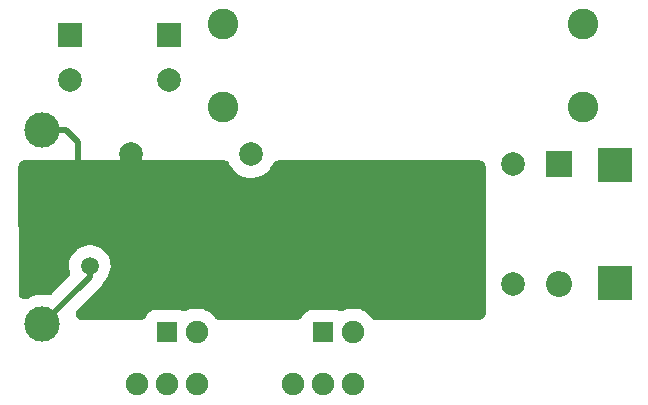
<source format=gbr>
%TF.GenerationSoftware,KiCad,Pcbnew,6.0.2+dfsg-1*%
%TF.CreationDate,2023-06-12T22:10:06+04:00*%
%TF.ProjectId,signal_generator,7369676e-616c-45f6-9765-6e657261746f,rev?*%
%TF.SameCoordinates,Original*%
%TF.FileFunction,Copper,L1,Top*%
%TF.FilePolarity,Positive*%
%FSLAX46Y46*%
G04 Gerber Fmt 4.6, Leading zero omitted, Abs format (unit mm)*
G04 Created by KiCad (PCBNEW 6.0.2+dfsg-1) date 2023-06-12 22:10:06*
%MOMM*%
%LPD*%
G01*
G04 APERTURE LIST*
%TA.AperFunction,ComponentPad*%
%ADD10O,3.000000X2.000000*%
%TD*%
%TA.AperFunction,SMDPad,CuDef*%
%ADD11C,3.000000*%
%TD*%
%TA.AperFunction,ComponentPad*%
%ADD12C,1.900000*%
%TD*%
%TA.AperFunction,ComponentPad*%
%ADD13C,2.000000*%
%TD*%
%TA.AperFunction,ComponentPad*%
%ADD14C,2.600000*%
%TD*%
%TA.AperFunction,ComponentPad*%
%ADD15R,2.000000X2.000000*%
%TD*%
%TA.AperFunction,ComponentPad*%
%ADD16R,1.700000X1.700000*%
%TD*%
%TA.AperFunction,ComponentPad*%
%ADD17R,2.200000X2.200000*%
%TD*%
%TA.AperFunction,ComponentPad*%
%ADD18O,2.200000X2.200000*%
%TD*%
%TA.AperFunction,ComponentPad*%
%ADD19R,3.000000X3.000000*%
%TD*%
%TA.AperFunction,ViaPad*%
%ADD20C,1.500000*%
%TD*%
%TA.AperFunction,Conductor*%
%ADD21C,0.500000*%
%TD*%
G04 APERTURE END LIST*
D10*
%TO.P,J1,S1,SHIELD*%
%TO.N,GND*%
X66645000Y-108220000D03*
X66645000Y-99580000D03*
%TD*%
D11*
%TO.P,J2,1,Pin_1*%
%TO.N,+5V*%
X66450000Y-112400000D03*
%TD*%
D12*
%TO.P,RV1,1,1*%
%TO.N,Net-(Q1-Pad2)*%
X79550000Y-117450000D03*
%TO.P,RV1,2,2*%
%TO.N,Net-(J6-Pad1)*%
X77010000Y-117450000D03*
%TO.P,RV1,3,3*%
%TO.N,unconnected-(RV1-Pad3)*%
X74470000Y-117450000D03*
%TD*%
D13*
%TO.P,R5,1*%
%TO.N,GND*%
X106350000Y-108980000D03*
%TO.P,R5,2*%
%TO.N,Net-(D2-Pad1)*%
X106350000Y-98820000D03*
%TD*%
D12*
%TO.P,RV2,1,1*%
%TO.N,Net-(Q1-Pad2)*%
X92800000Y-117450000D03*
%TO.P,RV2,2,2*%
%TO.N,Net-(J7-Pad1)*%
X90260000Y-117450000D03*
%TO.P,RV2,3,3*%
%TO.N,unconnected-(RV2-Pad3)*%
X87720000Y-117450000D03*
%TD*%
D11*
%TO.P,J3,1,Pin_1*%
%TO.N,GND*%
X66450000Y-95900000D03*
%TD*%
D14*
%TO.P,R4,1*%
%TO.N,Net-(D2-Pad1)*%
X112245000Y-94000000D03*
%TO.P,R4,2*%
%TO.N,Net-(Q3-Pad3)*%
X81765000Y-94000000D03*
%TD*%
%TO.P,R3,1*%
%TO.N,Net-(D2-Pad1)*%
X112245000Y-87000000D03*
%TO.P,R3,2*%
%TO.N,Net-(Q3-Pad3)*%
X81765000Y-87000000D03*
%TD*%
D15*
%TO.P,C6,1*%
%TO.N,+5V*%
X68800000Y-87900000D03*
D13*
%TO.P,C6,2*%
%TO.N,GND*%
X68800000Y-91700000D03*
%TD*%
%TO.P,R6,1*%
%TO.N,GND*%
X74000000Y-98000000D03*
%TO.P,R6,2*%
%TO.N,+5V*%
X84160000Y-98000000D03*
%TD*%
D16*
%TO.P,J7,1,Pin_1*%
%TO.N,Net-(J7-Pad1)*%
X90250000Y-113000000D03*
D12*
%TO.P,J7,2,Pin_2*%
%TO.N,Net-(C1-Pad2)*%
X92790000Y-113000000D03*
%TD*%
D17*
%TO.P,D2,1,K*%
%TO.N,Net-(D2-Pad1)*%
X110200000Y-98820000D03*
D18*
%TO.P,D2,2,A*%
%TO.N,GND*%
X110200000Y-108980000D03*
%TD*%
D16*
%TO.P,J6,1,Pin_1*%
%TO.N,Net-(J6-Pad1)*%
X77000000Y-113000000D03*
D12*
%TO.P,J6,2,Pin_2*%
%TO.N,Net-(C1-Pad2)*%
X79540000Y-113000000D03*
%TD*%
D15*
%TO.P,C5,1*%
%TO.N,+5V*%
X77200000Y-87897349D03*
D13*
%TO.P,C5,2*%
%TO.N,GND*%
X77200000Y-91697349D03*
%TD*%
D19*
%TO.P,J4,1,Pin_1*%
%TO.N,Net-(D2-Pad1)*%
X115000000Y-98900000D03*
%TD*%
%TO.P,J5,1,Pin_1*%
%TO.N,GND*%
X115000000Y-108900000D03*
%TD*%
D20*
%TO.N,GND*%
X96750000Y-108980000D03*
X69500000Y-99450000D03*
%TO.N,+5V*%
X70500000Y-107450000D03*
%TD*%
D21*
%TO.N,GND*%
X68450000Y-95900000D02*
X66450000Y-95900000D01*
X69500000Y-99450000D02*
X69500000Y-96950000D01*
X69500000Y-96950000D02*
X68450000Y-95900000D01*
%TO.N,+5V*%
X70500000Y-108350000D02*
X66450000Y-112400000D01*
X70500000Y-107450000D02*
X70500000Y-108350000D01*
%TD*%
%TA.AperFunction,Conductor*%
%TO.N,GND*%
G36*
X82005484Y-98520213D02*
G01*
X82134679Y-98579214D01*
X82242018Y-98672224D01*
X82311277Y-98775958D01*
X82392487Y-98938485D01*
X82433687Y-99020939D01*
X82594761Y-99253993D01*
X82787065Y-99462027D01*
X83006764Y-99640889D01*
X83021881Y-99649990D01*
X83021885Y-99649993D01*
X83158658Y-99732337D01*
X83249472Y-99787012D01*
X83265728Y-99793896D01*
X83265731Y-99793897D01*
X83494092Y-99890595D01*
X83494098Y-99890597D01*
X83510348Y-99897478D01*
X83655957Y-99936086D01*
X83767126Y-99965562D01*
X83767131Y-99965563D01*
X83784186Y-99970085D01*
X84065523Y-100003384D01*
X84348745Y-99996709D01*
X84628200Y-99950195D01*
X84645014Y-99944878D01*
X84645020Y-99944876D01*
X84881503Y-99870086D01*
X84881508Y-99870084D01*
X84898314Y-99864769D01*
X85153697Y-99742136D01*
X85389253Y-99584743D01*
X85600281Y-99395730D01*
X85719424Y-99253993D01*
X85771223Y-99192371D01*
X85771226Y-99192367D01*
X85782573Y-99178868D01*
X85932489Y-98938485D01*
X85994936Y-98797233D01*
X86070267Y-98676827D01*
X86176469Y-98582520D01*
X86304939Y-98521955D01*
X86451325Y-98500000D01*
X103501000Y-98500000D01*
X103641585Y-98520213D01*
X103770780Y-98579214D01*
X103878119Y-98672224D01*
X103954906Y-98791708D01*
X103994921Y-98927985D01*
X104000000Y-98999000D01*
X104000000Y-111501000D01*
X103979787Y-111641585D01*
X103920786Y-111770780D01*
X103827776Y-111878119D01*
X103708292Y-111954906D01*
X103572015Y-111994921D01*
X103501000Y-112000000D01*
X94728163Y-112000000D01*
X94587578Y-111979787D01*
X94458383Y-111920786D01*
X94351044Y-111827776D01*
X94326779Y-111797466D01*
X94311605Y-111776921D01*
X94276960Y-111730016D01*
X94083183Y-111533171D01*
X93863604Y-111365594D01*
X93708019Y-111278462D01*
X93638000Y-111239249D01*
X93637998Y-111239248D01*
X93622604Y-111230627D01*
X93364991Y-111130964D01*
X93095905Y-111068593D01*
X93078328Y-111067071D01*
X93078324Y-111067070D01*
X92926890Y-111053955D01*
X92820715Y-111044759D01*
X92803108Y-111045728D01*
X92803105Y-111045728D01*
X92734688Y-111049494D01*
X92544913Y-111059938D01*
X92274001Y-111113825D01*
X92013384Y-111205347D01*
X91997729Y-111213479D01*
X91997727Y-111213480D01*
X91962856Y-111231594D01*
X91828782Y-111278462D01*
X91686934Y-111285659D01*
X91548805Y-111252601D01*
X91501653Y-111230993D01*
X91473470Y-111216259D01*
X91278087Y-111160234D01*
X91157816Y-111149500D01*
X89342184Y-111149500D01*
X89221913Y-111160234D01*
X89026530Y-111216259D01*
X88846404Y-111310427D01*
X88688891Y-111438891D01*
X88560427Y-111596404D01*
X88548714Y-111618809D01*
X88489442Y-111732186D01*
X88406397Y-111847407D01*
X88294254Y-111934565D01*
X88162098Y-111986598D01*
X88047227Y-112000000D01*
X81478163Y-112000000D01*
X81337578Y-111979787D01*
X81208383Y-111920786D01*
X81101044Y-111827776D01*
X81076779Y-111797466D01*
X81061605Y-111776921D01*
X81026960Y-111730016D01*
X80833183Y-111533171D01*
X80613604Y-111365594D01*
X80458019Y-111278462D01*
X80388000Y-111239249D01*
X80387998Y-111239248D01*
X80372604Y-111230627D01*
X80114991Y-111130964D01*
X79845905Y-111068593D01*
X79828328Y-111067071D01*
X79828324Y-111067070D01*
X79676890Y-111053955D01*
X79570715Y-111044759D01*
X79553108Y-111045728D01*
X79553105Y-111045728D01*
X79484688Y-111049494D01*
X79294913Y-111059938D01*
X79024001Y-111113825D01*
X78763384Y-111205347D01*
X78747729Y-111213479D01*
X78747727Y-111213480D01*
X78712856Y-111231594D01*
X78578782Y-111278462D01*
X78436934Y-111285659D01*
X78298805Y-111252601D01*
X78251653Y-111230993D01*
X78223470Y-111216259D01*
X78028087Y-111160234D01*
X77907816Y-111149500D01*
X76092184Y-111149500D01*
X75971913Y-111160234D01*
X75776530Y-111216259D01*
X75596404Y-111310427D01*
X75438891Y-111438891D01*
X75310427Y-111596404D01*
X75298714Y-111618809D01*
X75239442Y-111732186D01*
X75156397Y-111847407D01*
X75044254Y-111934565D01*
X74912098Y-111986598D01*
X74797227Y-112000000D01*
X69823166Y-112000000D01*
X69682581Y-111979787D01*
X69553386Y-111920786D01*
X69446047Y-111827776D01*
X69369260Y-111708292D01*
X69329245Y-111572015D01*
X69329245Y-111429985D01*
X69369260Y-111293708D01*
X69446047Y-111174224D01*
X69470320Y-111148154D01*
X70101170Y-110517305D01*
X71306346Y-109312129D01*
X71321431Y-109297663D01*
X71332228Y-109287735D01*
X71349854Y-109274210D01*
X71398406Y-109220852D01*
X71414636Y-109203839D01*
X71424281Y-109194194D01*
X71435916Y-109180279D01*
X71449639Y-109164548D01*
X71485125Y-109125550D01*
X71485130Y-109125543D01*
X71500086Y-109109107D01*
X71511895Y-109090281D01*
X71511984Y-109090164D01*
X71514466Y-109087050D01*
X71516672Y-109083710D01*
X71516738Y-109083615D01*
X71530997Y-109066562D01*
X71542005Y-109047263D01*
X71542014Y-109047250D01*
X71568139Y-109001447D01*
X71578873Y-108983511D01*
X71606899Y-108938835D01*
X71606903Y-108938827D01*
X71618707Y-108920010D01*
X71626995Y-108899392D01*
X71627066Y-108899253D01*
X71628950Y-108895761D01*
X71630533Y-108892077D01*
X71630581Y-108891973D01*
X71641595Y-108872663D01*
X71650800Y-108846670D01*
X71654908Y-108838839D01*
X71658267Y-108831503D01*
X71658662Y-108831684D01*
X71716782Y-108720896D01*
X71746009Y-108684228D01*
X71889723Y-108520353D01*
X71889730Y-108520343D01*
X71901931Y-108506431D01*
X72042683Y-108287608D01*
X72149544Y-108050385D01*
X72220168Y-107799972D01*
X72253002Y-107541871D01*
X72255408Y-107450000D01*
X72236126Y-107190534D01*
X72178705Y-106936768D01*
X72084405Y-106694277D01*
X71955299Y-106468388D01*
X71938013Y-106446460D01*
X71805686Y-106278605D01*
X71794223Y-106264064D01*
X71604714Y-106085792D01*
X71549063Y-106047185D01*
X71406152Y-105948044D01*
X71406151Y-105948044D01*
X71390937Y-105937489D01*
X71157587Y-105822414D01*
X71139959Y-105816771D01*
X71139956Y-105816770D01*
X70927434Y-105748741D01*
X70927431Y-105748740D01*
X70909792Y-105743094D01*
X70891515Y-105740117D01*
X70891509Y-105740116D01*
X70671270Y-105704248D01*
X70671264Y-105704248D01*
X70652994Y-105701272D01*
X70515328Y-105699470D01*
X70411347Y-105698108D01*
X70411342Y-105698108D01*
X70392835Y-105697866D01*
X70374497Y-105700362D01*
X70374492Y-105700362D01*
X70153381Y-105730454D01*
X70153374Y-105730455D01*
X70135030Y-105732952D01*
X70016291Y-105767561D01*
X69903017Y-105800577D01*
X69903013Y-105800579D01*
X69885243Y-105805758D01*
X69868429Y-105813509D01*
X69868430Y-105813509D01*
X69665782Y-105906931D01*
X69665778Y-105906933D01*
X69648961Y-105914686D01*
X69536019Y-105988733D01*
X69446865Y-106047185D01*
X69446862Y-106047187D01*
X69431375Y-106057341D01*
X69237265Y-106230591D01*
X69070895Y-106430629D01*
X68935920Y-106653061D01*
X68835305Y-106893001D01*
X68771261Y-107145177D01*
X68745194Y-107404049D01*
X68757677Y-107663930D01*
X68761289Y-107682091D01*
X68761290Y-107682096D01*
X68788282Y-107817793D01*
X68808435Y-107919112D01*
X68809630Y-107922441D01*
X68826726Y-108055586D01*
X68804392Y-108195850D01*
X68743447Y-108324139D01*
X68680629Y-108400897D01*
X67290424Y-109791102D01*
X67176723Y-109876218D01*
X67043648Y-109925852D01*
X66901980Y-109935985D01*
X66875060Y-109933323D01*
X66607318Y-109899500D01*
X66292682Y-109899500D01*
X66277131Y-109901465D01*
X66277124Y-109901465D01*
X66113858Y-109922091D01*
X65980527Y-109938934D01*
X65965335Y-109942835D01*
X65965333Y-109942835D01*
X65690968Y-110013280D01*
X65675775Y-110017181D01*
X65383234Y-110133006D01*
X65369487Y-110140564D01*
X65369486Y-110140564D01*
X65231174Y-110216601D01*
X65098241Y-110266615D01*
X64956602Y-110277152D01*
X64817732Y-110247358D01*
X64692881Y-110179646D01*
X64592164Y-110079503D01*
X64523741Y-109955041D01*
X64493154Y-109816343D01*
X64491782Y-109781172D01*
X64489577Y-109185680D01*
X64451855Y-99000848D01*
X64471548Y-98860190D01*
X64530070Y-98730777D01*
X64622682Y-98623094D01*
X64741880Y-98545864D01*
X64878008Y-98505346D01*
X64950852Y-98500000D01*
X81864899Y-98500000D01*
X82005484Y-98520213D01*
G37*
%TD.AperFunction*%
%TD*%
M02*

</source>
